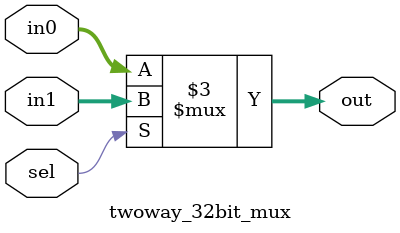
<source format=v>
`timescale 1ns / 1ps
module twoway_32bit_mux(in0,in1,sel,out);
input sel;
input [31:0] in0,in1;
output reg [31:0] out;

always @(*)
case	(sel)
	'd0 :	out = in0;
	default	out = in1;
endcase


endmodule


</source>
